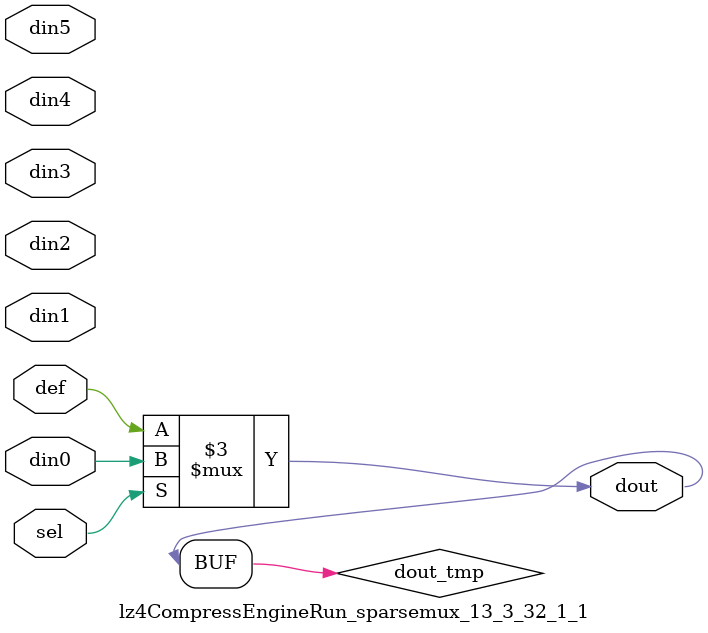
<source format=v>
`timescale 1ns / 1ps

module lz4CompressEngineRun_sparsemux_13_3_32_1_1 (din0,din1,din2,din3,din4,din5,def,sel,dout);

parameter din0_WIDTH = 1;

parameter din1_WIDTH = 1;

parameter din2_WIDTH = 1;

parameter din3_WIDTH = 1;

parameter din4_WIDTH = 1;

parameter din5_WIDTH = 1;

parameter def_WIDTH = 1;
parameter sel_WIDTH = 1;
parameter dout_WIDTH = 1;

parameter [sel_WIDTH-1:0] CASE0 = 1;

parameter [sel_WIDTH-1:0] CASE1 = 1;

parameter [sel_WIDTH-1:0] CASE2 = 1;

parameter [sel_WIDTH-1:0] CASE3 = 1;

parameter [sel_WIDTH-1:0] CASE4 = 1;

parameter [sel_WIDTH-1:0] CASE5 = 1;

parameter ID = 1;
parameter NUM_STAGE = 1;



input [din0_WIDTH-1:0] din0;

input [din1_WIDTH-1:0] din1;

input [din2_WIDTH-1:0] din2;

input [din3_WIDTH-1:0] din3;

input [din4_WIDTH-1:0] din4;

input [din5_WIDTH-1:0] din5;

input [def_WIDTH-1:0] def;
input [sel_WIDTH-1:0] sel;

output [dout_WIDTH-1:0] dout;



reg [dout_WIDTH-1:0] dout_tmp;


always @ (*) begin
(* parallel_case *) case (sel)
    
    CASE0 : dout_tmp = din0;
    
    CASE1 : dout_tmp = din1;
    
    CASE2 : dout_tmp = din2;
    
    CASE3 : dout_tmp = din3;
    
    CASE4 : dout_tmp = din4;
    
    CASE5 : dout_tmp = din5;
    
    default : dout_tmp = def;
endcase
end


assign dout = dout_tmp;



endmodule

</source>
